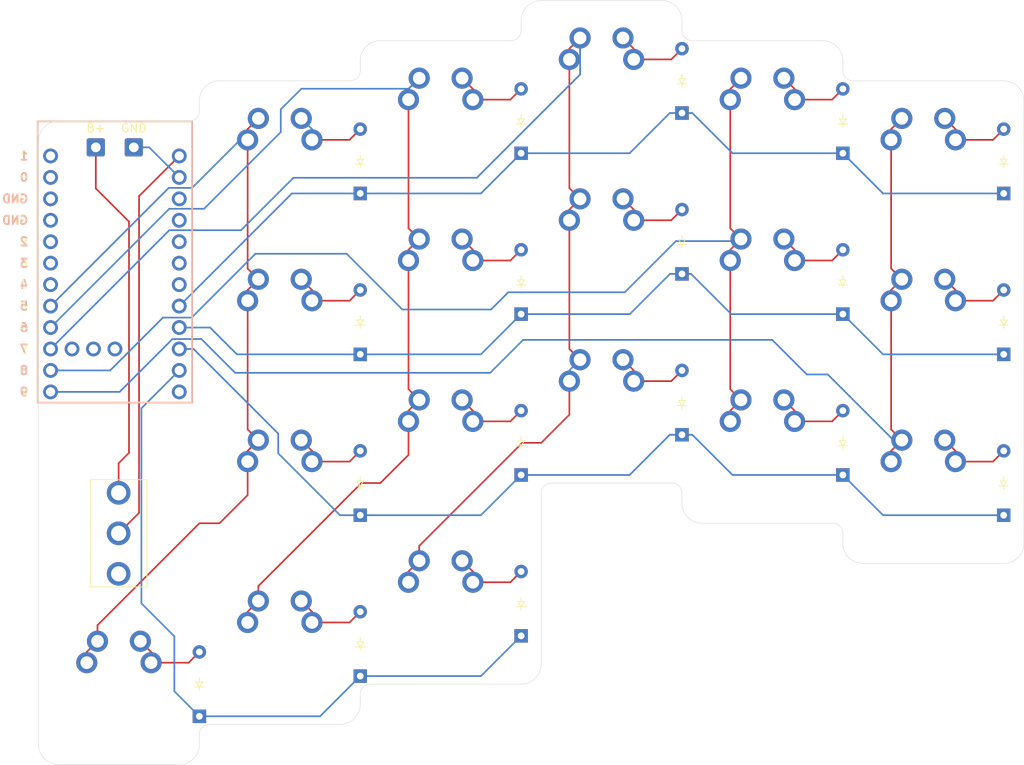
<source format=kicad_pcb>
(kicad_pcb (version 20241229) (generator "pcbnew") (generator_version "9.0")
  (layers (0 "F.Cu" signal) (2 "B.Cu" signal) (13 "F.Paste" user) (15 "B.Paste" user) (5 "F.SilkS" user "F.Silkscreen") (7 "B.SilkS" user "B.Silkscreen") (1 "F.Mask" user) (3 "B.Mask" user) (25 "Edge.Cuts" user))
  (net 0 "")
  (net 1 "Row 1")
  (net 2 "Net-(D1-A)")
  (net 3 "Net-(D2-A)")
  (net 4 "Net-(D3-A)")
  (net 5 "Net-(D4-A)")
  (net 6 "Net-(D5-A)")
  (net 7 "Row 2")
  (net 8 "Net-(D6-A)")
  (net 9 "Net-(D7-A)")
  (net 10 "Net-(D8-A)")
  (net 11 "Net-(D9-A)")
  (net 12 "Net-(D10-A)")
  (net 13 "Row 3")
  (net 14 "Net-(D11-A)")
  (net 15 "Net-(D12-A)")
  (net 16 "Net-(D13-A)")
  (net 17 "Net-(D14-A)")
  (net 18 "Net-(D15-A)")
  (net 19 "Row 4")
  (net 20 "Net-(D16-A)")
  (net 21 "Net-(D17-A)")
  (net 22 "Net-(D18-A)")
  (net 23 "Col 1")
  (net 24 "Col 2")
  (net 25 "Col 3")
  (net 26 "Col 4")
  (net 27 "Col 5")
  (net 44 "Net-(GND1-Pad1)")
  (net 45 "Net-(SW2-A)")
  (net 47 "Net-(SW2-B)")
  (footprint "MountingHole:MountingHole_2.2mm_M2" (layer "F.Cu") (at 169.0723 92.8707)
    (property "Reference" "H6" (hide yes))
    (property "Value" "MountingHole")
  )
  (footprint "ScottoKeebs_Scotto:MX_Solder_1.00u_Reversible" (layer "F.Cu") (at 102.3953 69.0576)
    (property "Reference" "S1" (hide yes))
    (property "Value" "Keyswitch")
  )
  (footprint "ScottoKeebs_Components:Diode_DO-35" (layer "F.Cu") (at 169.0703 68.1051 90)
    (property "Reference" "D4" (hide yes))
    (property "Value" "Diode" (hide yes))
  )
  (footprint "ScottoKeebs_Scotto:MX_Solder_1.00u_Reversible" (layer "F.Cu") (at 121.4453 102.3951)
    (property "Reference" "S12" (hide yes))
    (property "Value" "Keyswitch")
  )
  (footprint "MountingHole:MountingHole_2.2mm_M2" (layer "F.Cu") (at 92.8707 116.6837)
    (property "Reference" "H3" (hide yes))
    (property "Value" "MountingHole")
  )
  (footprint "ScottoKeebs_Scotto:MX_Solder_1.00u_Reversible" (layer "F.Cu") (at 102.3953 107.1576)
    (property "Reference" "S11" (hide yes))
    (property "Value" "Keyswitch")
  )
  (footprint "ScottoKeebs_Scotto:MX_Solder_1.00u_Reversible" (layer "F.Cu") (at 102.3953 126.2076)
    (property "Reference" "S17" (hide yes))
    (property "Value" "Keyswitch")
  )
  (footprint "ScottoKeebs_Components:Diode_DO-35" (layer "F.Cu") (at 130.9703 106.2051 90)
    (property "Reference" "D12" (hide yes))
    (property "Value" "Diode" (hide yes))
  )
  (footprint "ScottoKeebs_Scotto:MX_Solder_1.00u_Reversible" (layer "F.Cu") (at 178.5953 88.1076)
    (property "Reference" "S10" (hide yes))
    (property "Value" "Keyswitch")
  )
  (footprint "ScottoKeebs_Scotto:MX_Solder_1.00u_Reversible" (layer "F.Cu") (at 121.4453 121.4451)
    (property "Reference" "S18" (hide yes))
    (property "Value" "Keyswitch")
  )
  (footprint "ScottoKeebs_Components:Diode_DO-35" (layer "F.Cu") (at 130.9703 68.1051 90)
    (property "Reference" "D2" (hide yes))
    (property "Value" "Diode" (hide yes))
  )
  (footprint "Connector_Wire:SolderWire-0.5sqmm_1x01_D0.9mm_OD2.1mm" (layer "F.Cu") (at 85.1078 67.4076)
    (property "Reference" "GND")
    (property "Value" "TestPoint")
  )
  (footprint "ScottoKeebs_Components:Diode_DO-35" (layer "F.Cu") (at 130.9703 87.1551 90)
    (property "Reference" "D7" (hide yes))
    (property "Value" "Diode" (hide yes))
  )
  (footprint "ScottoKeebs_Scotto:MX_Solder_1.00u_Reversible" (layer "F.Cu") (at 121.4453 64.2951)
    (property "Reference" "S2" (hide yes))
    (property "Value" "Keyswitch")
  )
  (footprint "ScottoKeebs_Scotto:MX_Solder_1.00u_Reversible" (layer "F.Cu") (at 140.4953 59.5326)
    (property "Reference" "S3" (hide yes))
    (property "Value" "Keyswitch")
  )
  (footprint "ScottoKeebs_Components:Diode_DO-35" (layer "F.Cu") (at 130.9703 125.2551 90)
    (property "Reference" "D18" (hide yes))
    (property "Value" "Diode" (hide yes))
  )
  (footprint "lander03xD:SW_Vertical_Slide_5mm" (layer "F.Cu") (at 83.3081 113.11175 90)
    (property "Reference" "SW2" (hide yes))
    (property "Value" "SW_SPDT_312" (hide yes))
  )
  (footprint "ScottoKeebs_Components:Diode_DO-35" (layer "F.Cu") (at 92.8703 134.7801 90)
    (property "Reference" "D16" (hide yes))
    (property "Value" "Diode" (hide yes))
  )
  (footprint "ScottoKeebs_MCU:Nice_Nano_V2" (layer "F.Cu") (at 82.86905 82.1126)
    (property "Reference" "U1" (hide yes))
    (property "Value" "Nice_Nano_V2" (hide yes))
  )
  (footprint "ScottoKeebs_Components:Diode_DO-35" (layer "F.Cu") (at 150.0203 63.3426 90)
    (property "Reference" "D3" (hide yes))
    (property "Value" "Diode" (hide yes))
  )
  (footprint "ScottoKeebs_Scotto:MX_Solder_1.00u_Reversible" (layer "F.Cu") (at 178.5953 69.0576)
    (property "Reference" "S5" (hide yes))
    (property "Value" "Keyswitch")
  )
  (footprint "ScottoKeebs_Components:Diode_DO-35" (layer "F.Cu") (at 150.0203 82.3926 90)
    (property "Reference" "D8" (hide yes))
    (property "Value" "Diode" (hide yes))
  )
  (footprint "ScottoKeebs_Components:Diode_DO-35" (layer "F.Cu") (at 169.0703 87.1551 90)
    (property "Reference" "D9" (hide yes))
    (property "Value" "Diode" (hide yes))
  )
  (footprint "ScottoKeebs_Components:Diode_DO-35" (layer "F.Cu") (at 111.9203 91.9176 90)
    (property "Reference" "D6" (hide yes))
    (property "Value" "Diode" (hide yes))
  )
  (footprint "MountingHole:MountingHole_2.2mm_M2" (layer "F.Cu") (at 169.0723 73.8203)
    (property "Reference" "H5" (hide yes))
    (property "Value" "MountingHole")
  )
  (footprint "ScottoKeebs_Components:Diode_DO-35" (layer "F.Cu") (at 111.9203 130.0176 90)
    (property "Reference" "D17" (hide yes))
    (property "Value" "Diode" (hide yes))
  )
  (footprint "ScottoKeebs_Scotto:MX_Solder_1.00u_Reversible" (layer "F.Cu") (at 102.3953 88.1076)
    (property "Reference" "S6" (hide yes))
    (property "Value" "Keyswitch")
  )
  (footprint "ScottoKeebs_Scotto:MX_Solder_1.00u_Reversible" (layer "F.Cu") (at 140.4953 78.5826)
    (property "Reference" "S8" (hide yes))
    (property "Value" "Keyswitch")
  )
  (footprint "ScottoKeebs_Components:Diode_DO-35" (layer "F.Cu") (at 169.0703 106.2051 90)
    (property "Reference" "D14" (hide yes))
    (property "Value" "Diode" (hide yes))
  )
  (footprint "ScottoKeebs_Components:Diode_DO-35" (layer "F.Cu") (at 111.9203 110.9676 90)
    (property "Reference" "D11" (hide yes))
    (property "Value" "Diode" (hide yes))
  )
  (footprint "MountingHole:MountingHole_2.2mm_M2" (layer "F.Cu") (at 111.9211 78.5829)
    (property "Reference" "H4" (hide yes))
    (property "Value" "MountingHole")
  )
  (footprint "ScottoKeebs_Scotto:MX_Solder_1.00u_Reversible" (layer "F.Cu") (at 140.4953 97.6326)
    (property "Reference" "S13" (hide yes))
    (property "Value" "Keyswitch")
  )
  (footprint "ScottoKeebs_Components:Diode_DO-35" (layer "F.Cu") (at 111.9203 72.8676 90)
    (property "Reference" "D1" (hide yes))
    (property "Value" "Diode" (hide yes))
  )
  (footprint "ScottoKeebs_Scotto:MX_Solder_1.00u_Reversible" (layer "F.Cu") (at 178.5953 107.1576)
    (property "Reference" "S15" (hide yes))
    (property "Value" "Keyswitch")
  )
  (footprint "ScottoKeebs_Scotto:MX_Solder_1.00u_Reversible" (layer "F.Cu") (at 83.3453 130.9701)
    (property "Reference" "S16" (hide yes))
    (property "Value" "Keyswitch")
  )
  (footprint "Connector_Wire:SolderWire-0.5sqmm_1x01_D0.9mm_OD2.1mm" (layer "F.Cu") (at 80.6078 67.4076)
    (property "Reference" "B+")
    (property "Value" "TestPoint")
  )
  (footprint "ScottoKeebs_Scotto:MX_Solder_1.00u_Reversible" (layer "F.Cu") (at 121.4453 83.3451)
    (property "Reference" "S7" (hide yes))
    (property "Value" "Keyswitch")
  )
  (footprint "ScottoKeebs_Components:Diode_DO-35" (layer "F.Cu") (at 188.1203 72.8676 90)
    (property "Reference" "D5" (hide yes))
    (property "Value" "Diode" (hide yes))
  )
  (footprint "ScottoKeebs_Components:Diode_DO-35" (layer "F.Cu") (at 188.1203 110.9676 90)
    (property "Reference" "D15" (hide yes))
    (property "Value" "Diode" (hide yes))
  )
  (footprint "MountingHole:MountingHole_2.2mm_M2" (layer "F.Cu") (at 77.39225 101.20525)
    (property "Reference" "H1" (hide yes))
    (property "Value" "MountingHole")
  )
  (footprint "ScottoKeebs_Scotto:MX_Solder_1.00u_Reversible" (layer "F.Cu") (at 159.5453 83.3451)
    (property "Reference" "S9" (hide yes))
    (property "Value" "Keyswitch")
  )
  (footprint "ScottoKeebs_Components:Diode_DO-35" (layer "F.Cu") (at 150.0203 101.4426 90)
    (property "Reference" "D13" (hide yes))
    (property "Value" "Diode" (hide yes))
  )
  (footprint "ScottoKeebs_Scotto:MX_Solder_1.00u_Reversible" (layer "F.Cu") (at 159.5453 102.3951)
    (property "Reference" "S14" (hide yes))
    (property "Value" "Keyswitch")
  )
  (footprint "ScottoKeebs_Components:Diode_DO-35" (layer "F.Cu") (at 188.1203 91.9176 90)
    (property "Reference" "D10" (hide yes))
    (property "Value" "Diode" (hide yes))
  )
  (footprint "ScottoKeebs_Scotto:MX_Solder_1.00u_Reversible" (layer "F.Cu") (at 159.5453 64.2951)
    (property "Reference" "S4" (hide yes))
    (property "Value" "Keyswitch")
  )
  (footprint "MountingHole:MountingHole_2.2mm_M2" (layer "F.Cu") (at 89.29875 101.20525)
    (property "Reference" "H2" (hide yes))
    (property "Value" "MountingHole")
  )
  (gr_arc (start 111.9211 133.3528) (mid 111.223633 135.036633) (end 109.5398 135.7341) (stroke (width 0.05)) (layer "Edge.Cuts"))
  (gr_arc (start 190.504 114.3024) (mid 189.806533 115.986233) (end 188.1227 116.6837) (stroke (width 0.05)) (layer "Edge.Cuts"))
  (gr_line (start 111.9211 132.16045) (end 111.9211 133.3528) (stroke (width 0.05)) (layer "Edge.Cuts"))
  (gr_line (start 134.5435 107.1585) (end 148.83125 107.1585) (stroke (width 0.05)) (layer "Edge.Cuts"))
  (gr_arc (start 152.4032 111.9211) (mid 150.719367 111.223633) (end 150.0219 109.5398) (stroke (width 0.05)) (layer "Edge.Cuts"))
  (gr_arc (start 148.83125 107.1585) (mid 149.672742 107.507306) (end 150.020699 108.349149) (stroke (width 0.05)) (layer "Edge.Cuts"))
  (gr_line (start 166.691 54.7699) (end 151.21255 54.7699) (stroke (width 0.05)) (layer "Edge.Cuts"))
  (gr_line (start 110.73045 59.5325) (end 95.252 59.5325) (stroke (width 0.05)) (layer "Edge.Cuts"))
  (gr_line (start 130.9715 52.3886) (end 130.9715 53.57925) (stroke (width 0.05)) (layer "Edge.Cuts"))
  (gr_arc (start 130.9715 53.57925) (mid 130.622767 54.421167) (end 129.78085 54.7699) (stroke (width 0.05)) (layer "Edge.Cuts"))
  (gr_arc (start 111.9211 58.34185) (mid 111.572367 59.183767) (end 110.73045 59.5325) (stroke (width 0.05)) (layer "Edge.Cuts"))
  (gr_arc (start 133.3528 108.34915) (mid 133.701533 107.507233) (end 134.54345 107.1585) (stroke (width 0.05)) (layer "Edge.Cuts"))
  (gr_arc (start 130.9715 52.3886) (mid 131.668967 50.704767) (end 133.3528 50.0073) (stroke (width 0.05)) (layer "Edge.Cuts"))
  (gr_arc (start 92.8707 63.10445) (mid 92.521967 63.946367) (end 91.68005 64.2951) (stroke (width 0.05)) (layer "Edge.Cuts"))
  (gr_arc (start 167.88125 111.9211) (mid 168.723167 112.269833) (end 169.0719 113.11175) (stroke (width 0.05)) (layer "Edge.Cuts"))
  (gr_line (start 188.1227 59.5325) (end 170.26295 59.5325) (stroke (width 0.05)) (layer "Edge.Cuts"))
  (gr_line (start 169.0723 58.34185) (end 169.0723 57.1512) (stroke (width 0.05)) (layer "Edge.Cuts"))
  (gr_arc (start 111.9211 132.16045) (mid 112.269833 131.318533) (end 113.11175 130.9698) (stroke (width 0.05)) (layer "Edge.Cuts"))
  (gr_line (start 91.68005 64.2951) (end 76.2016 64.2951) (stroke (width 0.05)) (layer "Edge.Cuts"))
  (gr_line (start 171.4536 116.6837) (end 188.1227 116.6837) (stroke (width 0.05)) (layer "Edge.Cuts"))
  (gr_arc (start 151.21255 54.7699) (mid 150.370633 54.421167) (end 150.0219 53.57925) (stroke (width 0.05)) (layer "Edge.Cuts"))
  (gr_arc (start 147.6406 50.0073) (mid 149.324433 50.704767) (end 150.0219 52.3886) (stroke (width 0.05)) (layer "Edge.Cuts"))
  (gr_line (start 73.8203 66.6764) (end 73.8203 138.1154) (stroke (width 0.05)) (layer "Edge.Cuts"))
  (gr_line (start 133.3528 108.3492) (end 133.3528 128.5902) (stroke (width 0.05)) (layer "Edge.Cuts"))
  (gr_line (start 169.0719 113.1117) (end 169.0723 114.3024) (stroke (width 0.05)) (layer "Edge.Cuts"))
  (gr_arc (start 111.9211 57.1512) (mid 112.618567 55.467367) (end 114.3024 54.7699) (stroke (width 0.05)) (layer "Edge.Cuts"))
  (gr_line (start 190.504 114.3024) (end 190.504 61.9138) (stroke (width 0.05)) (layer "Edge.Cuts"))
  (gr_arc (start 170.26295 59.5325) (mid 169.421033 59.183767) (end 169.0723 58.34185) (stroke (width 0.05)) (layer "Edge.Cuts"))
  (gr_arc (start 171.4536 116.6837) (mid 169.769767 115.986233) (end 169.0723 114.3024) (stroke (width 0.05)) (layer "Edge.Cuts"))
  (gr_line (start 147.6406 50.0073) (end 133.3528 50.0073) (stroke (width 0.05)) (layer "Edge.Cuts"))
  (gr_arc (start 76.2016 140.4967) (mid 74.517767 139.799233) (end 73.8203 138.1154) (stroke (width 0.05)) (layer "Edge.Cuts"))
  (gr_arc (start 73.8203 66.6764) (mid 74.517767 64.992567) (end 76.2016 64.2951) (stroke (width 0.05)) (layer "Edge.Cuts"))
  (gr_line (start 113.1117 130.9698) (end 130.9715 130.9715) (stroke (width 0.05)) (layer "Edge.Cuts"))
  (gr_line (start 92.8707 61.9138) (end 92.8707 63.10445) (stroke (width 0.05)) (layer "Edge.Cuts"))
  (gr_line (start 111.9211 57.1512) (end 111.9211 58.34185) (stroke (width 0.05)) (layer "Edge.Cuts"))
  (gr_line (start 94.0614 135.7341) (end 109.5398 135.7341) (stroke (width 0.05)) (layer "Edge.Cuts"))
  (gr_line (start 150.020699 108.3479) (end 150.0219 109.5398) (stroke (width 0.05)) (layer "Edge.Cuts"))
  (gr_line (start 150.0219 53.57925) (end 150.0219 52.3886) (stroke (width 0.05)) (layer "Edge.Cuts"))
  (gr_arc (start 92.8707 136.92475) (mid 93.219433 136.082833) (end 94.06135 135.7341) (stroke (width 0.05)) (layer "Edge.Cuts"))
  (gr_arc (start 166.691 54.7699) (mid 168.374833 55.467367) (end 169.0723 57.1512) (stroke (width 0.05)) (layer "Edge.Cuts"))
  (gr_arc (start 92.8707 61.9138) (mid 93.568167 60.229967) (end 95.252 59.5325) (stroke (width 0.05)) (layer "Edge.Cuts"))
  (gr_line (start 129.78085 54.7699) (end 114.3024 54.7699) (stroke (width 0.05)) (layer "Edge.Cuts"))
  (gr_arc (start 133.3528 128.5902) (mid 132.655333 130.274033) (end 130.9715 130.9715) (stroke (width 0.05)) (layer "Edge.Cuts"))
  (gr_line (start 76.2016 140.4967) (end 90.4894 140.4967) (stroke (width 0.05)) (layer "Edge.Cuts"))
  (gr_arc (start 188.1227 59.5325) (mid 189.806533 60.229967) (end 190.504 61.9138) (stroke (width 0.05)) (layer "Edge.Cuts"))
  (gr_arc (start 92.8707 138.1154) (mid 92.173233 139.799233) (end 90.4894 140.4967) (stroke (width 0.05)) (layer "Edge.Cuts"))
  (gr_line (start 92.8707 136.9248) (end 92.8707 138.1154) (stroke (width 0.05)) (layer "Edge.Cuts"))
  (gr_line (start 152.4032 111.9211) (end 167.8812 111.9211) (stroke (width 0.05)) (layer "Edge.Cuts"))
  (segment (start 126.2078 72.8676) (end 130.9703 68.1051) (width 0.2) (layer "B.Cu") (net 1))
  (segment (start 130.9703 68.1051) (end 143.8103 68.1051) (width 0.2) (layer "B.Cu") (net 1))
  (segment (start 143.8103 68.1051) (end 148.5728 63.3426) (width 0.2) (layer "B.Cu") (net 1))
  (segment (start 188.1203 72.8676) (end 173.8328 72.8676) (width 0.2) (layer "B.Cu") (net 1))
  (segment (start 156.0053 68.1051) (end 151.2428 63.3426) (width 0.2) (layer "B.Cu") (net 1))
  (segment (start 151.2428 63.3426) (end 150.0203 63.3426) (width 0.2) (layer "B.Cu") (net 1))
  (segment (start 103.82405 72.8676) (end 90.48905 86.2026) (width 0.2) (layer "B.Cu") (net 1))
  (segment (start 173.8328 72.8676) (end 169.0703 68.1051) (width 0.2) (layer "B.Cu") (net 1))
  (segment (start 148.5728 63.3426) (end 150.0203 63.3426) (width 0.2) (layer "B.Cu") (net 1))
  (segment (start 111.9203 72.8676) (end 126.2078 72.8676) (width 0.2) (layer "B.Cu") (net 1))
  (segment (start 169.0703 68.1051) (end 156.0053 68.1051) (width 0.2) (layer "B.Cu") (net 1))
  (segment (start 111.9203 72.8676) (end 103.82405 72.8676) (width 0.2) (layer "B.Cu") (net 1))
  (segment (start 106.2053 66.5176) (end 110.6503 66.5176) (width 0.2) (layer "F.Cu") (net 2))
  (segment (start 110.6503 66.5176) (end 111.9203 65.2476) (width 0.2) (layer "F.Cu") (net 2))
  (segment (start 106.2053 65.2476) (end 106.2053 66.5176) (width 0.2) (layer "B.Cu") (net 2))
  (segment (start 104.9353 63.9776) (end 106.2053 65.2476) (width 0.2) (layer "B.Cu") (net 2))
  (segment (start 123.9853 59.2151) (end 125.2553 60.4851) (width 0.2) (layer "F.Cu") (net 3))
  (segment (start 125.2553 60.4851) (end 125.2553 61.7551) (width 0.2) (layer "F.Cu") (net 3))
  (segment (start 125.2553 61.7551) (end 129.7003 61.7551) (width 0.2) (layer "F.Cu") (net 3))
  (segment (start 129.7003 61.7551) (end 130.9703 60.4851) (width 0.2) (layer "F.Cu") (net 3))
  (segment (start 144.3053 56.9926) (end 148.7503 56.9926) (width 0.2) (layer "F.Cu") (net 4))
  (segment (start 143.0353 54.4526) (end 144.3053 55.7226) (width 0.2) (layer "F.Cu") (net 4))
  (segment (start 148.7503 56.9926) (end 150.0203 55.7226) (width 0.2) (layer "F.Cu") (net 4))
  (segment (start 144.3053 55.7226) (end 144.3053 56.9926) (width 0.2) (layer "F.Cu") (net 4))
  (segment (start 163.3553 61.7551) (end 167.8003 61.7551) (width 0.2) (layer "F.Cu") (net 5))
  (segment (start 163.3553 60.4851) (end 163.3553 61.7551) (width 0.2) (layer "F.Cu") (net 5))
  (segment (start 162.0853 59.2151) (end 163.3553 60.4851) (width 0.2) (layer "F.Cu") (net 5))
  (segment (start 167.8003 61.7551) (end 169.0703 60.4851) (width 0.2) (layer "F.Cu") (net 5))
  (segment (start 181.1353 63.9776) (end 182.4053 65.2476) (width 0.2) (layer "F.Cu") (net 6))
  (segment (start 186.8503 66.5176) (end 188.1203 65.2476) (width 0.2) (layer "F.Cu") (net 6))
  (segment (start 182.4053 66.5176) (end 186.8503 66.5176) (width 0.2) (layer "F.Cu") (net 6))
  (segment (start 182.4053 65.2476) (end 182.4053 66.5176) (width 0.2) (layer "F.Cu") (net 6))
  (segment (start 188.1203 91.9176) (end 173.8328 91.9176) (width 0.2) (layer "B.Cu") (net 7))
  (segment (start 151.0928 82.3926) (end 150.0203 82.3926) (width 0.2) (layer "B.Cu") (net 7))
  (segment (start 97.3178 91.9176) (end 94.1428 88.7426) (width 0.2) (layer "B.Cu") (net 7))
  (segment (start 130.9703 87.1551) (end 143.839851 87.1551) (width 0.2) (layer "B.Cu") (net 7))
  (segment (start 126.2078 91.9176) (end 130.9703 87.1551) (width 0.2) (layer "B.Cu") (net 7))
  (segment (start 111.9203 91.9176) (end 97.3178 91.9176) (width 0.2) (layer "B.Cu") (net 7))
  (segment (start 148.602351 82.3926) (end 150.0203 82.3926) (width 0.2) (layer "B.Cu") (net 7))
  (segment (start 155.8553 87.1551) (end 151.0928 82.3926) (width 0.2) (layer "B.Cu") (net 7))
  (segment (start 94.1428 88.7426) (end 90.48905 88.7426) (width 0.2) (layer "B.Cu") (net 7))
  (segment (start 111.9203 91.9176) (end 126.2078 91.9176) (width 0.2) (layer "B.Cu") (net 7))
  (segment (start 173.8328 91.9176) (end 169.0703 87.1551) (width 0.2) (layer "B.Cu") (net 7))
  (segment (start 143.839851 87.1551) (end 148.602351 82.3926) (width 0.2) (layer "B.Cu") (net 7))
  (segment (start 169.0703 87.1551) (end 155.8553 87.1551) (width 0.2) (layer "B.Cu") (net 7))
  (segment (start 104.9353 83.0276) (end 106.2053 84.2976) (width 0.2) (layer "F.Cu") (net 8))
  (segment (start 106.2053 85.5676) (end 110.6503 85.5676) (width 0.2) (layer "F.Cu") (net 8))
  (segment (start 110.6503 85.5676) (end 111.9203 84.2976) (width 0.2) (layer "F.Cu") (net 8))
  (segment (start 106.2053 84.2976) (end 106.2053 85.5676) (width 0.2) (layer "F.Cu") (net 8))
  (segment (start 123.9853 78.2651) (end 125.2553 79.5351) (width 0.2) (layer "F.Cu") (net 9))
  (segment (start 125.2553 79.5351) (end 125.2553 80.8051) (width 0.2) (layer "F.Cu") (net 9))
  (segment (start 125.2553 80.8051) (end 129.7003 80.8051) (width 0.2) (layer "F.Cu") (net 9))
  (segment (start 129.7003 80.8051) (end 130.9703 79.5351) (width 0.2) (layer "F.Cu") (net 9))
  (segment (start 148.7503 76.0426) (end 150.0203 74.7726) (width 0.2) (layer "F.Cu") (net 10))
  (segment (start 144.3053 76.0426) (end 148.7503 76.0426) (width 0.2) (layer "F.Cu") (net 10))
  (segment (start 143.0353 73.5026) (end 144.3053 74.7726) (width 0.2) (layer "F.Cu") (net 10))
  (segment (start 144.3053 74.7726) (end 144.3053 76.0426) (width 0.2) (layer "F.Cu") (net 10))
  (segment (start 163.3553 80.8051) (end 167.8003 80.8051) (width 0.2) (layer "F.Cu") (net 11))
  (segment (start 163.3553 79.5351) (end 163.3553 80.8051) (width 0.2) (layer "F.Cu") (net 11))
  (segment (start 167.8003 80.8051) (end 169.0703 79.5351) (width 0.2) (layer "F.Cu") (net 11))
  (segment (start 162.0853 78.2651) (end 163.3553 79.5351) (width 0.2) (layer "F.Cu") (net 11))
  (segment (start 182.4053 85.5676) (end 186.8503 85.5676) (width 0.2) (layer "F.Cu") (net 12))
  (segment (start 186.8503 85.5676) (end 188.1203 84.2976) (width 0.2) (layer "F.Cu") (net 12))
  (segment (start 181.1353 83.0276) (end 182.4053 84.2976) (width 0.2) (layer "F.Cu") (net 12))
  (segment (start 182.4053 84.2976) (end 182.4053 85.5676) (width 0.2) (layer "F.Cu") (net 12))
  (segment (start 126.2078 110.9676) (end 130.9703 106.2051) (width 0.2) (layer "B.Cu") (net 13))
  (segment (start 148.5728 101.4426) (end 150.0203 101.4426) (width 0.2) (layer "B.Cu") (net 13))
  (segment (start 151.2428 101.4426) (end 150.0203 101.4426) (width 0.2) (layer "B.Cu") (net 13))
  (segment (start 111.9203 110.9676) (end 109.530116 110.9676) (width 0.2) (layer "B.Cu") (net 13))
  (segment (start 109.530116 110.9676) (end 102.2078 103.645284) (width 0.2) (layer "B.Cu") (net 13))
  (segment (start 188.1203 110.9676) (end 173.8328 110.9676) (width 0.2) (layer "B.Cu") (net 13))
  (segment (start 156.0053 106.2051) (end 151.2428 101.4426) (width 0.2) (layer "B.Cu") (net 13))
  (segment (start 143.8103 106.2051) (end 148.5728 101.4426) (width 0.2) (layer "B.Cu") (net 13))
  (segment (start 102.2078 101.3076) (end 92.1828 91.2826) (width 0.2) (layer "B.Cu") (net 13))
  (segment (start 92.1828 91.2826) (end 90.48905 91.2826) (width 0.2) (layer "B.Cu") (net 13))
  (segment (start 130.9703 106.2051) (end 143.8103 106.2051) (width 0.2) (layer "B.Cu") (net 13))
  (segment (start 173.8328 110.9676) (end 169.0703 106.2051) (width 0.2) (layer "B.Cu") (net 13))
  (segment (start 111.9203 110.9676) (end 126.2078 110.9676) (width 0.2) (layer "B.Cu") (net 13))
  (segment (start 169.0703 106.2051) (end 156.0053 106.2051) (width 0.2) (layer "B.Cu") (net 13))
  (segment (start 102.2078 103.645284) (end 102.2078 101.3076) (width 0.2) (layer "B.Cu") (net 13))
  (segment (start 104.9353 102.0776) (end 106.2053 103.3476) (width 0.2) (layer "F.Cu") (net 14))
  (segment (start 110.6503 104.6176) (end 111.9203 103.3476) (width 0.2) (layer "F.Cu") (net 14))
  (segment (start 106.2053 104.6176) (end 110.6503 104.6176) (width 0.2) (layer "F.Cu") (net 14))
  (segment (start 106.2053 103.3476) (end 106.2053 104.6176) (width 0.2) (layer "F.Cu") (net 14))
  (segment (start 125.2553 98.5851) (end 125.2553 99.8551) (width 0.2) (layer "F.Cu") (net 15))
  (segment (start 129.7003 99.8551) (end 130.9703 98.5851) (width 0.2) (layer "F.Cu") (net 15))
  (segment (start 125.2553 99.8551) (end 129.7003 99.8551) (width 0.2) (layer "F.Cu") (net 15))
  (segment (start 123.9853 97.3151) (end 125.2553 98.5851) (width 0.2) (layer "F.Cu") (net 15))
  (segment (start 144.3053 93.8226) (end 144.3053 95.0926) (width 0.2) (layer "F.Cu") (net 16))
  (segment (start 143.0353 92.5526) (end 144.3053 93.8226) (width 0.2) (layer "F.Cu") (net 16))
  (segment (start 144.3053 95.0926) (end 148.7503 95.0926) (width 0.2) (layer "F.Cu") (net 16))
  (segment (start 148.7503 95.0926) (end 150.0203 93.8226) (width 0.2) (layer "F.Cu") (net 16))
  (segment (start 162.0853 97.3151) (end 163.3553 98.5851) (width 0.2) (layer "F.Cu") (net 17))
  (segment (start 163.3553 99.8551) (end 167.8003 99.8551) (width 0.2) (layer "F.Cu") (net 17))
  (segment (start 163.3553 98.5851) (end 163.3553 99.8551) (width 0.2) (layer "F.Cu") (net 17))
  (segment (start 167.8003 99.8551) (end 169.0703 98.5851) (width 0.2) (layer "F.Cu") (net 17))
  (segment (start 182.4053 104.6176) (end 186.8503 104.6176) (width 0.2) (layer "F.Cu") (net 18))
  (segment (start 181.1353 102.0776) (end 182.4053 103.3476) (width 0.2) (layer "F.Cu") (net 18))
  (segment (start 186.8503 104.6176) (end 188.1203 103.3476) (width 0.2) (layer "F.Cu") (net 18))
  (segment (start 182.4053 103.3476) (end 182.4053 104.6176) (width 0.2) (layer "F.Cu") (net 18))
  (segment (start 107.1578 134.7801) (end 111.9203 130.0176) (width 0.2) (layer "B.Cu") (net 19))
  (segment (start 90.48905 93.8226) (end 86.0078 98.30385) (width 0.2) (layer "B.Cu") (net 19))
  (segment (start 126.2078 130.0176) (end 130.9703 125.2551) (width 0.2) (layer "B.Cu") (net 19))
  (segment (start 89.9078 125.3076) (end 89.9078 131.8176) (width 0.2) (layer "B.Cu") (net 19))
  (segment (start 86.0078 98.30385) (end 86.0078 121.4076) (width 0.2) (layer "B.Cu") (net 19))
  (segment (start 86.0078 121.4076) (end 89.9078 125.3076) (width 0.2) (layer "B.Cu") (net 19))
  (segment (start 111.9203 130.0176) (end 126.2078 130.0176) (width 0.2) (layer "B.Cu") (net 19))
  (segment (start 89.9078 131.8176) (end 92.8703 134.7801) (width 0.2) (layer "B.Cu") (net 19))
  (segment (start 92.8703 134.7801) (end 107.1578 134.7801) (width 0.2) (layer "B.Cu") (net 19))
  (segment (start 85.8853 125.8901) (end 87.1553 127.1601) (width 0.2) (layer "F.Cu") (net 20))
  (segment (start 91.6003 128.4301) (end 92.8703 127.1601) (width 0.2) (layer "F.Cu") (net 20))
  (segment (start 87.1553 128.4301) (end 91.6003 128.4301) (width 0.2) (layer "F.Cu") (net 20))
  (segment (start 87.1553 127.1601) (end 87.1553 128.4301) (width 0.2) (layer "F.Cu") (net 20))
  (segment (start 104.9353 121.1276) (end 106.2053 122.3976) (width 0.2) (layer "F.Cu") (net 21))
  (segment (start 110.6503 123.6676) (end 111.9203 122.3976) (width 0.2) (layer "F.Cu") (net 21))
  (segment (start 106.2053 122.3976) (end 106.2053 123.6676) (width 0.2) (layer "F.Cu") (net 21))
  (segment (start 106.2053 123.6676) (end 110.6503 123.6676) (width 0.2) (layer "F.Cu") (net 21))
  (segment (start 123.9853 116.3651) (end 125.2553 117.6351) (width 0.2) (layer "F.Cu") (net 22))
  (segment (start 125.2553 117.6351) (end 125.2553 118.9051) (width 0.2) (layer "F.Cu") (net 22))
  (segment (start 125.2553 118.9051) (end 129.7003 118.9051) (width 0.2) (layer "F.Cu") (net 22))
  (segment (start 129.7003 118.9051) (end 130.9703 117.6351) (width 0.2) (layer "F.Cu") (net 22))
  (segment (start 98.5853 85.5676) (end 98.5853 100.8076) (width 0.2) (layer "F.Cu") (net 23))
  (segment (start 92.8728 111.9222) (end 80.8053 123.9897) (width 0.2) (layer "F.Cu") (net 23))
  (segment (start 98.5853 104.6176) (end 98.5853 108.591) (width 0.2) (layer "F.Cu") (net 23))
  (segment (start 98.5853 103.3476) (end 98.5853 104.6176) (width 0.2) (layer "F.Cu") (net 23))
  (segment (start 99.8553 63.9776) (end 98.5853 65.2476) (width 0.2) (layer "F.Cu") (net 23))
  (segment (start 99.8553 83.0276) (end 98.5853 84.2976) (width 0.2) (layer "F.Cu") (net 23))
  (segment (start 98.5853 100.8076) (end 99.8553 102.0776) (width 0.2) (layer "F.Cu") (net 23))
  (segment (start 98.5853 108.591) (end 95.2541 111.9222) (width 0.2) (layer "F.Cu") (net 23))
  (segment (start 80.8053 125.8901) (end 79.5353 127.1601) (width 0.2) (layer "F.Cu") (net 23))
  (segment (start 98.5853 66.5176) (end 98.5853 81.7576) (width 0.2) (layer "F.Cu") (net 23))
  (segment (start 95.2541 111.9222) (end 92.8728 111.9222) (width 0.2) (layer "F.Cu") (net 23))
  (segment (start 99.8553 102.0776) (end 98.5853 103.3476) (width 0.2) (layer "F.Cu") (net 23))
  (segment (start 98.5853 65.2476) (end 98.5853 66.5176) (width 0.2) (layer "F.Cu") (net 23))
  (segment (start 79.5353 127.1601) (end 79.5353 128.4301) (width 0.2) (layer "F.Cu") (net 23))
  (segment (start 80.8053 123.9897) (end 80.8053 125.8901) (width 0.2) (layer "F.Cu") (net 23))
  (segment (start 98.5853 81.7576) (end 99.8553 83.0276) (width 0.2) (layer "F.Cu") (net 23))
  (segment (start 98.5853 84.2976) (end 98.5853 85.5676) (width 0.2) (layer "F.Cu") (net 23))
  (segment (start 98.5853 66.5176) (end 97.6978 66.5176) (width 0.2) (layer "B.Cu") (net 23))
  (segment (start 89.24405 72.2076) (end 75.24905 86.2026) (width 0.2) (layer "B.Cu") (net 23))
  (segment (start 92.0078 72.2076) (end 89.24405 72.2076) (width 0.2) (layer "B.Cu") (net 23))
  (segment (start 75.3128 86.2026) (end 75.24905 86.2026) (width 0.2) (layer "B.Cu") (net 23))
  (segment (start 97.6978 66.5176) (end 92.0078 72.2076) (width 0.2) (layer "B.Cu") (net 23))
  (segment (start 98.5853 122.3976) (end 98.5853 123.6676) (width 0.2) (layer "F.Cu") (net 24))
  (segment (start 117.6353 76.9951) (end 118.9053 78.2651) (width 0.2) (layer "F.Cu") (net 24))
  (segment (start 112.055534 107.1596) (end 99.8553 119.359834) (width 0.2) (layer "F.Cu") (net 24))
  (segment (start 117.6353 99.8551) (end 117.6353 103.8288) (width 0.2) (layer "F.Cu") (net 24))
  (segment (start 99.8553 119.359834) (end 99.8553 121.1276) (width 0.2) (layer "F.Cu") (net 24))
  (segment (start 118.9053 78.2651) (end 117.6353 79.5351) (width 0.2) (layer "F.Cu") (net 24))
  (segment (start 117.6353 103.8288) (end 114.3045 107.1596) (width 0.2) (layer "F.Cu") (net 24))
  (segment (start 117.6353 61.7551) (end 117.6353 76.9951) (width 0.2) (layer "F.Cu") (net 24))
  (segment (start 118.9053 59.2151) (end 117.6353 60.4851) (width 0.2) (layer "F.Cu") (net 24))
  (segment (start 114.3045 107.1596) (end 112.055534 107.1596) (width 0.2) (layer "F.Cu") (net 24))
  (segment (start 117.6353 96.0451) (end 118.9053 97.3151) (width 0.2) (layer "F.Cu") (net 24))
  (segment (start 117.6353 79.5351) (end 117.6353 80.8051) (width 0.2) (layer "F.Cu") (net 24))
  (segment (start 117.6353 98.5851) (end 117.6353 99.8551) (width 0.2) (layer "F.Cu") (net 24))
  (segment (start 117.6353 80.8051) (end 117.6353 96.0451) (width 0.2) (layer "F.Cu") (net 24))
  (segment (start 99.8553 121.1276) (end 98.5853 122.3976) (width 0.2) (layer "F.Cu") (net 24))
  (segment (start 118.9053 97.3151) (end 117.6353 98.5851) (width 0.2) (layer "F.Cu") (net 24))
  (segment (start 117.6353 60.4851) (end 117.6353 61.7551) (width 0.2) (layer "F.Cu") (net 24))
  (segment (start 117.655301 60.465099) (end 104.950301 60.465099) (width 0.2) (layer "B.Cu") (net 24))
  (segment (start 93.426826 74.6799) (end 89.311751 74.6799) (width 0.2) (layer "B.Cu") (net 24))
  (segment (start 104.950301 60.465099) (end 102.5078 62.9076) (width 0.2) (layer "B.Cu") (net 24))
  (segment (start 118.9053 59.2151) (end 117.655301 60.465099) (width 0.2) (layer "B.Cu") (net 24))
  (segment (start 102.5078 62.9076) (end 102.5078 65.598926) (width 0.2) (layer "B.Cu") (net 24))
  (segment (start 102.5078 65.598926) (end 93.426826 74.6799) (width 0.2) (layer "B.Cu") (net 24))
  (segment (start 75.249051 88.7426) (end 75.24905 88.7426) (width 0.2) (layer "B.Cu") (net 24))
  (segment (start 89.311751 74.6799) (end 75.249051 88.7426) (width 0.2) (layer "B.Cu") (net 24))
  (segment (start 133.3549 102.397) (end 131.105634 102.397) (width 0.2) (layer "F.Cu") (net 25))
  (segment (start 136.6853 99.0666) (end 133.3549 102.397) (width 0.2) (layer "F.Cu") (net 25))
  (segment (start 118.9053 114.597334) (end 118.9053 116.3651) (width 0.2) (layer "F.Cu") (net 25))
  (segment (start 136.6853 95.0926) (end 136.6853 99.0666) (width 0.2) (layer "F.Cu") (net 25))
  (segment (start 136.6853 91.2826) (end 137.9553 92.5526) (width 0.2) (layer "F.Cu") (net 25))
  (segment (start 117.6353 117.6351) (end 117.6353 118.9051) (width 0.2) (layer "F.Cu") (net 25))
  (segment (start 136.6853 55.7226) (end 136.6853 56.9926) (width 0.2) (layer "F.Cu") (net 25))
  (segment (start 136.6853 76.0426) (end 136.6853 91.2826) (width 0.2) (layer "F.Cu") (net 25))
  (segment (start 136.6853 56.9926) (end 136.6853 72.2326) (width 0.2) (layer "F.Cu") (net 25))
  (segment (start 131.105634 102.397) (end 118.9053 114.597334) (width 0.2) (layer "F.Cu") (net 25))
  (segment (start 136.6853 72.2326) (end 137.9553 73.5026) (width 0.2) (layer "F.Cu") (net 25))
  (segment (start 137.9553 54.4526) (end 136.6853 55.7226) (width 0.2) (layer "F.Cu") (net 25))
  (segment (start 118.9053 116.3651) (end 117.6353 117.6351) (width 0.2) (layer "F.Cu") (net 25))
  (segment (start 136.6853 74.7726) (end 136.6853 76.0426) (width 0.2) (layer "F.Cu") (net 25))
  (segment (start 137.9553 73.5026) (end 136.6853 74.7726) (width 0.2) (layer "F.Cu") (net 25))
  (segment (start 137.9553 58.780179) (end 125.727879 71.0076) (width 0.2) (layer "B.Cu") (net 25))
  (segment (start 125.727879 71.0076) (end 104.0078 71.0076) (width 0.2) (layer "B.Cu") (net 25))
  (segment (start 137.9553 92.5526) (end 136.6853 93.8226) (width 0.2) (layer "B.Cu") (net 25))
  (segment (start 104.0078 71.0076) (end 97.7955 77.2199) (width 0.2) (layer "B.Cu") (net 25))
  (segment (start 136.6853 93.8226) (end 136.6853 95.0926) (width 0.2) (layer "B.Cu") (net 25))
  (segment (start 89.31175 77.2199) (end 75.24905 91.2826) (width 0.2) (layer "B.Cu") (net 25))
  (segment (start 97.7955 77.2199) (end 89.31175 77.2199) (width 0.2) (layer "B.Cu") (net 25))
  (segment (start 137.9553 54.4526) (end 137.9553 58.780179) (width 0.2) (layer "B.Cu") (net 25))
  (segment (start 157.0053 59.2151) (end 155.7353 60.4851) (width 0.2) (layer "F.Cu") (net 26))
  (segment (start 155.7353 61.7551) (end 155.7353 76.9951) (width 0.2) (layer "F.Cu") (net 26))
  (segment (start 155.7353 60.4851) (end 155.7353 61.7551) (width 0.2) (layer "F.Cu") (net 26))
  (segment (start 157.0053 97.3151) (end 155.7353 98.5851) (width 0.2) (layer "F.Cu") (net 26))
  (segment (start 155.7353 76.9951) (end 157.0053 78.2651) (width 0.2) (layer "F.Cu") (net 26))
  (segment (start 155.7353 96.0451) (end 157.0053 97.3151) (width 0.2) (layer "F.Cu") (net 26))
  (segment (start 155.7353 79.5351) (end 155.7353 80.8051) (width 0.2) (layer "F.Cu") (net 26))
  (segment (start 155.7353 98.5851) (end 155.7353 99.8551) (width 0.2) (layer "F.Cu") (net 26))
  (segment (start 155.7353 80.8051) (end 155.7353 96.0451) (width 0.2) (layer "F.Cu") (net 26))
  (segment (start 157.0053 78.2651) (end 155.7353 79.5351) (width 0.2) (layer "F.Cu") (net 26))
  (segment (start 99.5078 80.0076) (end 110.3078 80.0076) (width 0.2) (layer "B.Cu") (net 26))
  (segment (start 91.9501 87.5653) (end 99.5078 80.0076) (width 0.2) (layer "B.Cu") (net 26))
  (segment (start 88.560773 87.5653) (end 91.9501 87.5653) (width 0.2) (layer "B.Cu") (net 26))
  (segment (start 149.3078 78.5076) (end 156.7628 78.5076) (width 0.2) (layer "B.Cu") (net 26))
  (segment (start 127.4078 86.6076) (end 129.4443 84.5711) (width 0.2) (layer "B.Cu") (net 26))
  (segment (start 156.7628 78.5076) (end 157.0053 78.2651) (width 0.2) (layer "B.Cu") (net 26))
  (segment (start 129.4443 84.5711) (end 143.2443 84.5711) (width 0.2) (layer "B.Cu") (net 26))
  (segment (start 143.2443 84.5711) (end 149.3078 78.5076) (width 0.2) (layer "B.Cu") (net 26))
  (segment (start 110.3078 80.0076) (end 116.9078 86.6076) (width 0.2) (layer "B.Cu") (net 26))
  (segment (start 82.303472 93.8226) (end 88.560773 87.5653) (width 0.2) (layer "B.Cu") (net 26))
  (segment (start 116.9078 86.6076) (end 127.4078 86.6076) (width 0.2) (layer "B.Cu") (net 26))
  (segment (start 75.24905 93.8226) (end 82.303472 93.8226) (width 0.2) (layer "B.Cu") (net 26))
  (segment (start 174.7853 66.5176) (end 174.7853 81.7576) (width 0.2) (layer "F.Cu") (net 27))
  (segment (start 176.0553 83.0276) (end 174.7853 84.2976) (width 0.2) (layer "F.Cu") (net 27))
  (segment (start 174.7853 85.5676) (end 174.7853 100.8076) (width 0.2) (layer "F.Cu") (net 27))
  (segment (start 174.7853 100.8076) (end 176.0553 102.0776) (width 0.2) (layer "F.Cu") (net 27))
  (segment (start 174.7853 81.7576) (end 176.0553 83.0276) (width 0.2) (layer "F.Cu") (net 27))
  (segment (start 174.7853 84.2976) (end 174.7853 85.5676) (width 0.2) (layer "F.Cu") (net 27))
  (segment (start 176.0553 102.0776) (end 174.7853 103.3476) (width 0.2) (layer "F.Cu") (net 27))
  (segment (start 174.7853 65.2476) (end 174.7853 66.5176) (width 0.2) (layer "F.Cu") (net 27))
  (segment (start 176.0553 63.9776) (end 174.7853 65.2476) (width 0.2) (layer "F.Cu") (net 27))
  (segment (start 174.7853 103.3476) (end 174.7853 104.6176) (width 0.2) (layer "F.Cu") (net 27))
  (segment (start 97.1078 94.1076) (end 93.1055 90.1053) (width 0.2) (layer "B.Cu") (net 27))
  (segment (start 131.205965 90.2076) (end 127.305965 94.1076) (width 0.2) (layer "B.Cu") (net 27))
  (segment (start 89.68605 90.1053) (end 83.42875 96.3626) (width 0.2) (layer "B.Cu") (net 27))
  (segment (start 167.282751 94.298044) (end 164.798244 94.298044) (width 0.2) (layer "B.Cu") (net 27))
  (segment (start 160.7078 90.2076) (end 131.205965 90.2076) (width 0.2) (layer "B.Cu") (net 27))
  (segment (start 175.062307 102.0776) (end 167.282751 94.298044) (width 0.2) (layer "B.Cu") (net 27))
  (segment (start 127.305965 94.1076) (end 97.1078 94.1076) (width 0.2) (layer "B.Cu") (net 27))
  (segment (start 93.1055 90.1053) (end 89.68605 90.1053) (width 0.2) (layer "B.Cu") (net 27))
  (segment (start 83.42875 96.3626) (end 75.24905 96.3626) (width 0.2) (layer "B.Cu") (net 27))
  (segment (start 176.0553 102.0776) (end 175.062307 102.0776) (width 0.2) (layer "B.Cu") (net 27))
  (segment (start 164.798244 94.298044) (end 160.7078 90.2076) (width 0.2) (layer "B.Cu") (net 27))
  (segment (start 85.1078 67.4076) (end 86.93405 67.4076) (width 0.2) (layer "B.Cu") (net 44))
  (segment (start 86.93405 67.4076) (end 90.48905 70.9626) (width 0.2) (layer "B.Cu") (net 44))
  (segment (start 84.53615 76.2016) (end 84.53615 103.58655) (width 0.2) (layer "F.Cu") (net 45))
  (segment (start 83.3081 104.8146) (end 83.3081 108.31175) (width 0.2) (layer "F.Cu") (net 45))
  (segment (start 80.6078 72.27325) (end 84.53615 76.2016) (width 0.2) (layer "F.Cu") (net 45))
  (segment (start 80.6078 67.4076) (end 80.6078 72.27325) (width 0.2) (layer "F.Cu") (net 45))
  (segment (start 84.53615 103.58655) (end 83.3081 104.8146) (width 0.2) (layer "F.Cu") (net 45))
  (segment (start 83.3081 113.11175) (end 85.7268 110.69305) (width 0.2) (layer "F.Cu") (net 47))
  (segment (start 85.7268 73.18485) (end 90.48905 68.4226) (width 0.2) (layer "F.Cu") (net 47))
  (segment (start 85.7268 110.69305) (end 85.7268 73.18485) (width 0.2) (layer "F.Cu") (net 47))
)
</source>
